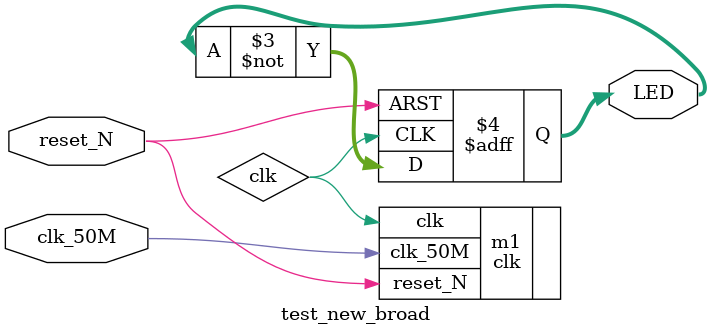
<source format=v>
module test_new_broad(clk_50M,reset_N,LED);
input clk_50M,reset_N;
wire clk_50M,reset_N;
wire clk;
output[7:0] LED;
reg[7:0] LED;
always @(posedge clk or negedge reset_N)
begin
	if(!reset_N)
		begin
			LED <= 0;
		end
	else
		begin
			LED <= ~LED;
		end
end

//initial
//begin
//	LED <= 0;
//end

clk m1(.clk_50M(clk_50M),.reset_N(reset_N),.clk(clk));

endmodule

</source>
